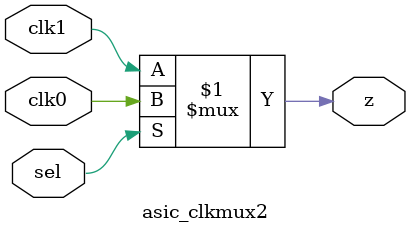
<source format=v>

module asic_clkmux2
   (
    input  clk0,
    input  clk1,
    input  sel,
    output z
    );

   assign z = sel ? clk0 : clk1;

endmodule

</source>
